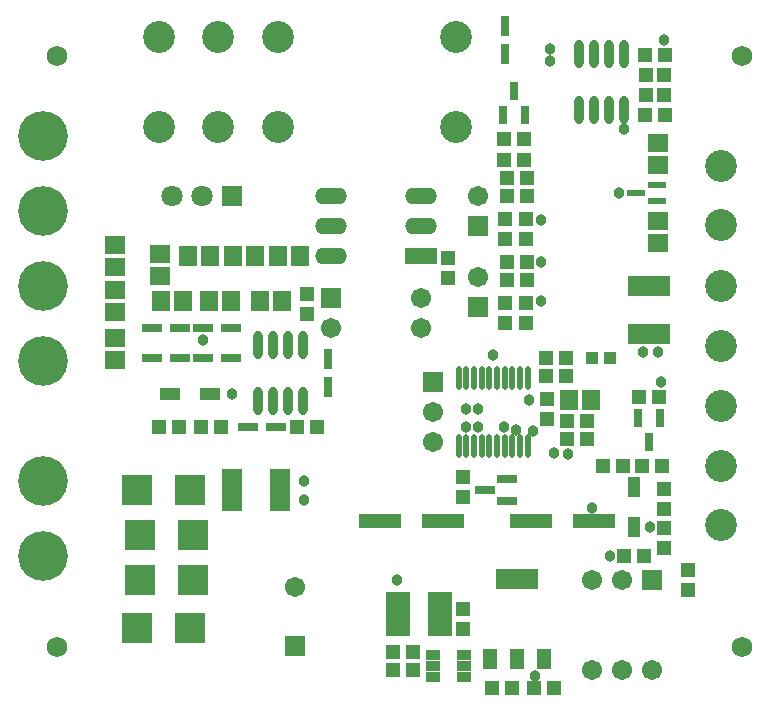
<source format=gts>
%FSDAX24Y24*%
%MOIN*%
%SFA1B1*%

%IPPOS*%
%ADD40R,0.047400X0.051300*%
%ADD41R,0.141900X0.071000*%
%ADD42R,0.039500X0.039500*%
%ADD43R,0.051300X0.047400*%
%ADD44R,0.059200X0.067100*%
%ADD45R,0.071000X0.141900*%
%ADD46O,0.031600X0.094600*%
%ADD47R,0.067100X0.059200*%
%ADD48R,0.029700X0.065100*%
%ADD49R,0.031600X0.059200*%
%ADD50R,0.059200X0.023700*%
%ADD51R,0.039500X0.071000*%
%ADD52R,0.067100X0.031600*%
%ADD53R,0.141800X0.051200*%
%ADD54R,0.051300X0.069000*%
%ADD55R,0.051300X0.069000*%
%ADD56R,0.143800X0.069000*%
%ADD57R,0.047400X0.035600*%
%ADD58R,0.098600X0.098600*%
%ADD59R,0.065100X0.029700*%
%ADD60R,0.071000X0.039500*%
%ADD61R,0.078800X0.149700*%
%ADD62O,0.021800X0.078900*%
%ADD63C,0.106400*%
%ADD64C,0.067100*%
%ADD65R,0.067100X0.067100*%
%ADD66O,0.106400X0.055200*%
%ADD67R,0.106400X0.055200*%
%ADD68R,0.067100X0.067100*%
%ADD69C,0.071000*%
%ADD70R,0.071000X0.071000*%
%ADD71C,0.067100*%
%ADD72C,0.165500*%
%ADD73C,0.068000*%
%ADD74C,0.038000*%
%LNde-260924-1*%
%LPD*%
G54D40*
X037173Y022763D03*
Y023432D03*
X029173Y033163D03*
Y033832D03*
X032473Y029132D03*
Y028463D03*
X031773Y032332D03*
Y031663D03*
X031073Y032332D03*
Y031663D03*
X031773Y034463D03*
Y035132D03*
X031073D03*
Y034463D03*
X035773Y039932D03*
Y039263D03*
X036373D03*
Y039932D03*
Y026132D03*
Y025463D03*
Y024832D03*
Y024163D03*
X029673Y025863D03*
Y026532D03*
Y022132D03*
Y021463D03*
X024473Y032632D03*
Y031963D03*
G54D41*
X035873Y032905D03*
Y031291D03*
G54D42*
X033978Y030498D03*
X034569D03*
G54D43*
X033108Y029898D03*
X032439D03*
X033808Y028398D03*
X033139D03*
X033808Y027798D03*
X033139D03*
X035708Y023898D03*
X035039D03*
X031808Y033098D03*
X031139D03*
Y033698D03*
X031808D03*
Y035898D03*
X031139D03*
Y036498D03*
X031808D03*
X031708Y037098D03*
X031039D03*
X031708Y037798D03*
X031039D03*
X035739Y040598D03*
X036408D03*
Y038598D03*
X035739D03*
X036208Y029198D03*
X035539D03*
X035639Y026898D03*
X036308D03*
X034339D03*
X035008D03*
X032708Y019498D03*
X032039D03*
X030639D03*
X031308D03*
X027339Y020698D03*
X028008D03*
X027339Y020098D03*
X028008D03*
X019539Y028198D03*
X020208D03*
X020939D03*
X021608D03*
X024808D03*
X024139D03*
X032439Y030498D03*
X033108D03*
G54D44*
X033947Y029098D03*
X033199D03*
X022899Y032398D03*
X023647D03*
X021947D03*
X021199D03*
X020347D03*
X019599D03*
X020499Y033898D03*
X021247D03*
X023499D03*
X024247D03*
X021999D03*
X022747D03*
G54D45*
X023580Y026098D03*
X021966D03*
G54D46*
X024323Y030943D03*
X023823D03*
X023323D03*
X022823D03*
X024323Y029053D03*
X023823D03*
X023323D03*
X022823D03*
X033523Y038753D03*
X034023D03*
X034523D03*
X035023D03*
X033523Y040643D03*
X034023D03*
X034523D03*
X035023D03*
G54D47*
X018073Y032024D03*
Y032772D03*
Y030424D03*
Y031172D03*
Y033524D03*
Y034272D03*
X036173Y036924D03*
Y037672D03*
Y035072D03*
Y034324D03*
X019573Y033224D03*
Y033972D03*
G54D48*
X031073Y040635D03*
Y041560D03*
X025173Y030460D03*
Y029535D03*
G54D49*
X030999Y038584D03*
X031747D03*
X031373Y039411D03*
X036247Y028511D03*
X035499D03*
X035873Y027684D03*
G54D50*
X036128Y035742D03*
Y036254D03*
X035419Y035998D03*
G54D51*
X035373Y024859D03*
Y026198D03*
G54D52*
X030399Y026098D03*
X031147Y026472D03*
Y025724D03*
G54D53*
X029015Y025068D03*
X026912D03*
X031932Y025069D03*
X034034D03*
G54D54*
X030568Y020469D03*
G54D55*
X031473Y020469D03*
X032379D03*
G54D56*
X031473Y023126D03*
G54D57*
X028673Y020598D03*
Y020224D03*
Y019850D03*
X029697Y020598D03*
Y020224D03*
Y019850D03*
G54D58*
X020659Y024598D03*
X018887D03*
X020659Y023098D03*
X018887D03*
X018787Y021498D03*
X020559D03*
X018787Y026098D03*
X020559D03*
G54D59*
X019311Y031498D03*
X020236D03*
X021936D03*
X021011D03*
Y030498D03*
X021936D03*
X020236D03*
X019311D03*
X022511Y028198D03*
X023436D03*
G54D60*
X021243Y029298D03*
X019904D03*
G54D61*
X027497Y021974D03*
X028915D03*
G54D62*
X031825Y029820D03*
X031569D03*
X031313D03*
X031057D03*
X030801D03*
X030545D03*
X030289D03*
X030033D03*
X029778D03*
X029522D03*
X031825Y027576D03*
X031569D03*
X031313D03*
X031057D03*
X030801D03*
X030545D03*
X030289D03*
X030033D03*
X029778D03*
X029522D03*
G54D63*
X038273Y032898D03*
Y030898D03*
Y028898D03*
Y034913D03*
Y036882D03*
Y024913D03*
Y026882D03*
X019520Y041186D03*
X021505D03*
X023489D03*
X019520Y038209D03*
X021505D03*
X023489D03*
X029442Y041186D03*
Y038209D03*
G54D64*
X028273Y031498D03*
Y032498D03*
X025273Y031498D03*
X030173Y033198D03*
X034973Y023098D03*
X033973D03*
X035973Y020098D03*
X034973D03*
X033973D03*
X030173Y035898D03*
X028673Y028698D03*
Y027698D03*
G54D65*
X025273Y032498D03*
G54D66*
X025273Y035898D03*
Y034898D03*
Y033898D03*
X028273Y035898D03*
Y034898D03*
G54D67*
X028273Y033898D03*
G54D68*
X030173Y032198D03*
X035973Y023098D03*
X024073Y020898D03*
X030173Y034898D03*
X028673Y029698D03*
G54D69*
X019973Y035898D03*
X020973D03*
G54D70*
X021973Y035898D03*
G54D71*
X024073Y022866D03*
G54D72*
X015673Y037898D03*
Y035398D03*
Y032898D03*
Y030398D03*
Y023898D03*
Y026398D03*
G54D73*
X038976Y040551D03*
X016142D03*
Y020866D03*
X038976D03*
G54D74*
X035673Y030698D03*
X036173D03*
X031045Y028201D03*
X031430Y028104D03*
X031986Y028077D03*
X032710Y027334D03*
X033173Y027298D03*
X033973Y025505D03*
X030673Y030598D03*
X035023Y038114D03*
X034873Y035998D03*
X032271Y035098D03*
X024373Y026398D03*
Y025748D03*
X032073Y019898D03*
X027473Y023098D03*
X032273Y033698D03*
X031873Y029098D03*
X036253Y029698D03*
X035900Y024863D03*
X030173Y028798D03*
X029773D03*
X034573Y023898D03*
X030173Y028198D03*
X029773D03*
X032273Y032398D03*
X032573Y040798D03*
Y040398D03*
X036373Y041098D03*
X021016Y031095D03*
X021973Y029298D03*
M02*
</source>
